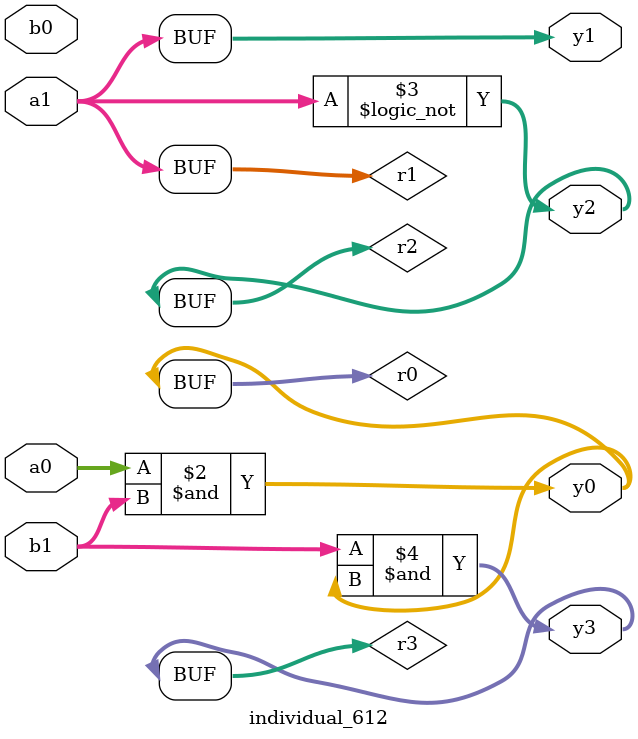
<source format=sv>
module individual_612(input logic [15:0] a1, input logic [15:0] a0, input logic [15:0] b1, input logic [15:0] b0, output logic [15:0] y3, output logic [15:0] y2, output logic [15:0] y1, output logic [15:0] y0);
logic [15:0] r0, r1, r2, r3; 
 always@(*) begin 
	 r0 = a0; r1 = a1; r2 = b0; r3 = b1; 
 	 r0  &=  r3 ;
 	 r2 = ! a1 ;
 	 r3  &=  r0 ;
 	 y3 = r3; y2 = r2; y1 = r1; y0 = r0; 
end
endmodule
</source>
